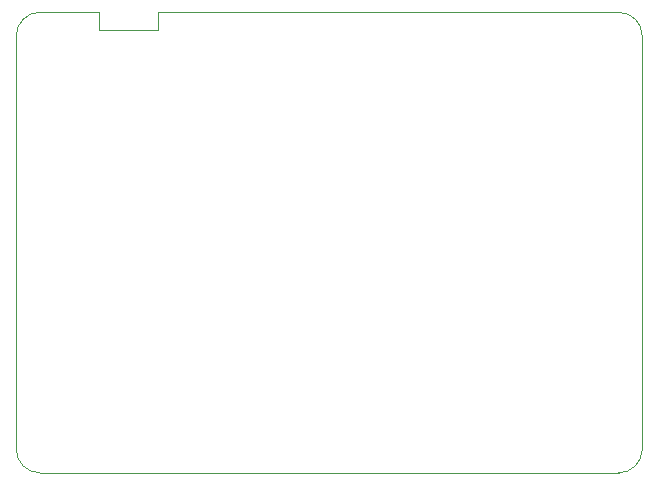
<source format=gbr>
%TF.GenerationSoftware,KiCad,Pcbnew,7.0.7-7.0.7~ubuntu22.04.1*%
%TF.CreationDate,2023-09-02T15:09:26-04:00*%
%TF.ProjectId,avclan-mockingboard-rounded,6176636c-616e-42d6-9d6f-636b696e6762,rev?*%
%TF.SameCoordinates,Original*%
%TF.FileFunction,Profile,NP*%
%FSLAX46Y46*%
G04 Gerber Fmt 4.6, Leading zero omitted, Abs format (unit mm)*
G04 Created by KiCad (PCBNEW 7.0.7-7.0.7~ubuntu22.04.1) date 2023-09-02 15:09:26*
%MOMM*%
%LPD*%
G01*
G04 APERTURE LIST*
%TA.AperFunction,Profile*%
%ADD10C,0.100000*%
%TD*%
G04 APERTURE END LIST*
D10*
X0Y-37000000D02*
X0Y-2000000D01*
X53000000Y-2000000D02*
G75*
G03*
X51000000Y0I-2000000J0D01*
G01*
X7000000Y0D02*
X7000000Y-1500000D01*
X2000000Y0D02*
X7000000Y0D01*
X7000000Y-1500000D02*
X12000000Y-1500000D01*
X12000000Y0D02*
X51000000Y0D01*
X2000000Y0D02*
G75*
G03*
X0Y-2000000I0J-2000000D01*
G01*
X12000000Y-1500000D02*
X12000000Y0D01*
X51000000Y-39000000D02*
X2000000Y-39000000D01*
X53000000Y-2000000D02*
X53000000Y-37000000D01*
X0Y-37000000D02*
G75*
G03*
X2000000Y-39000000I2000000J0D01*
G01*
X51000000Y-39000000D02*
G75*
G03*
X53000000Y-37000000I0J2000000D01*
G01*
M02*

</source>
